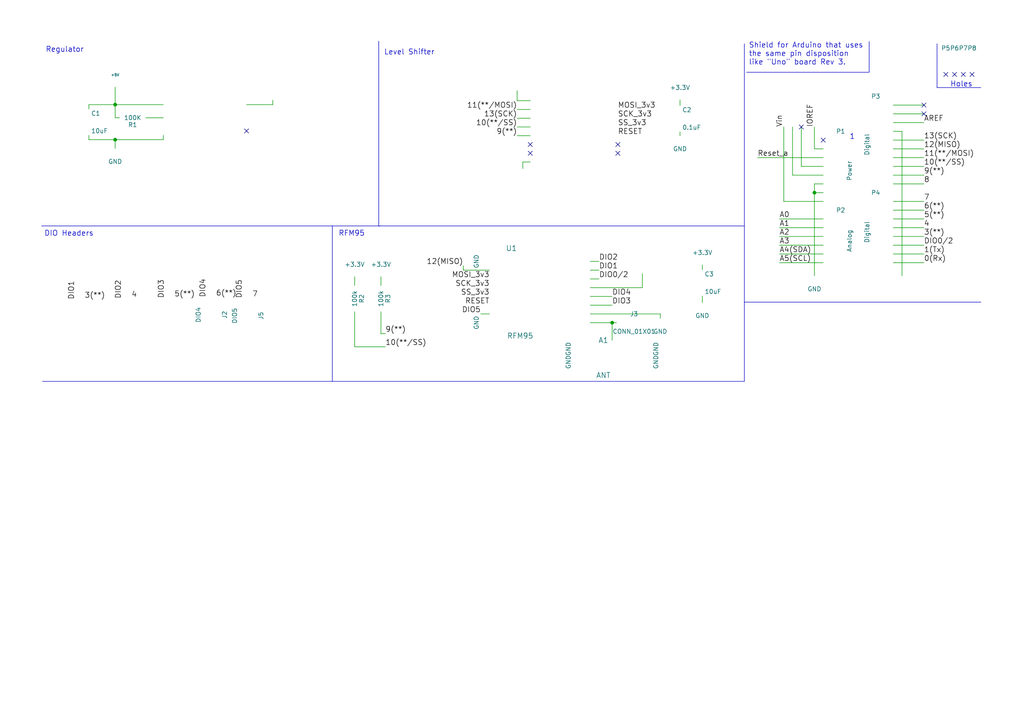
<source format=kicad_sch>
(kicad_sch (version 20230121) (generator eeschema)
  (paper "A4")
  (title_block (title "Arduino LoRa Shield") (date "2018-07-24") (rev "v1.0") (company "Electronic Cats") (comment 1 "Eduardo Contreras"))
  (lib_symbols)
  (junction (at 33.401 30.353))
  (junction (at 177.546 93.599))
  (junction (at 236.22 55.88))
  (junction (at 33.401 40.513))
  (no_connect (at 281.94 21.59))
  (no_connect (at 238.76 40.64))
  (no_connect (at 267.97 33.02))
  (no_connect (at 232.41 36.83))
  (no_connect (at 279.4 21.59))
  (no_connect (at 153.797 44.45))
  (no_connect (at 267.97 30.48))
  (no_connect (at 179.197 44.45))
  (no_connect (at 179.197 41.91))
  (no_connect (at 274.32 21.59))
  (no_connect (at 276.86 21.59))
  (no_connect (at 153.797 41.91))
  (no_connect (at 71.501 37.973))
  (wire (pts (xy 102.87 80.264) (xy 102.87 82.804)))
  (wire (pts (xy 259.08 38.1) (xy 261.62 38.1)))
  (wire (pts (xy 171.196 85.979) (xy 177.546 85.979)))
  (wire (pts (xy 259.08 66.04) (xy 267.97 66.04)))
  (wire (pts (xy 259.08 73.66) (xy 267.97 73.66)))
  (wire (pts (xy 149.987 29.21) (xy 149.987 26.289)))
  (wire (pts (xy 79.121 30.353) (xy 71.501 30.353)))
  (wire (pts (xy 259.08 58.42) (xy 267.97 58.42)))
  (wire (pts (xy 259.08 76.2) (xy 267.97 76.2)))
  (wire (pts (xy 238.76 45.72) (xy 219.71 45.72)))
  (wire (pts (xy 33.401 25.273) (xy 33.401 30.353)))
  (wire (pts (xy 259.08 48.26) (xy 267.97 48.26)))
  (wire (pts (xy 261.62 38.1) (xy 261.62 80.01)))
  (polyline (pts (xy 215.9 12.7) (xy 215.9 110.617)))
  (wire (pts (xy 47.371 40.513) (xy 47.371 39.243)))
  (wire (pts (xy 42.291 34.163) (xy 47.371 34.163)))
  (wire (pts (xy 171.196 75.819) (xy 173.736 75.819)))
  (wire (pts (xy 177.546 88.519) (xy 171.196 88.519)))
  (wire (pts (xy 149.987 34.29) (xy 153.797 34.29)))
  (wire (pts (xy 238.76 71.12) (xy 226.06 71.12)))
  (wire (pts (xy 191.516 91.059) (xy 171.196 91.059)))
  (wire (pts (xy 238.76 63.5) (xy 226.06 63.5)))
  (polyline (pts (xy 109.855 11.938) (xy 109.855 65.532)))
  (wire (pts (xy 191.516 92.329) (xy 191.516 91.059)))
  (wire (pts (xy 151.638 48.895) (xy 151.638 46.99)))
  (wire (pts (xy 139.446 91.059) (xy 141.986 91.059)))
  (wire (pts (xy 238.76 50.8) (xy 229.87 50.8)))
  (wire (pts (xy 25.781 30.353) (xy 33.401 30.353)))
  (wire (pts (xy 149.987 39.37) (xy 153.797 39.37)))
  (wire (pts (xy 238.76 58.42) (xy 227.33 58.42)))
  (polyline (pts (xy 109.855 65.532) (xy 110.109 65.532)))
  (wire (pts (xy 238.76 68.58) (xy 226.06 68.58)))
  (wire (pts (xy 259.08 43.18) (xy 267.97 43.18)))
  (wire (pts (xy 33.401 43.053) (xy 33.401 40.513)))
  (wire (pts (xy 25.781 39.243) (xy 25.781 40.513)))
  (polyline (pts (xy 252.095 20.955) (xy 252.095 12.065)))
  (polyline (pts (xy 215.9 87.63) (xy 284.48 87.63)))
  (wire (pts (xy 153.797 29.21) (xy 149.987 29.21)))
  (wire (pts (xy 25.781 31.623) (xy 25.781 30.353)))
  (wire (pts (xy 79.121 29.083) (xy 79.121 30.353)))
  (polyline (pts (xy 284.48 25.4) (xy 271.78 25.4)))
  (wire (pts (xy 238.76 66.04) (xy 226.06 66.04)))
  (wire (pts (xy 259.08 50.8) (xy 267.97 50.8)))
  (wire (pts (xy 238.76 73.66) (xy 226.06 73.66)))
  (wire (pts (xy 259.08 40.64) (xy 267.97 40.64)))
  (wire (pts (xy 33.401 34.163) (xy 34.671 34.163)))
  (wire (pts (xy 259.08 60.96) (xy 267.97 60.96)))
  (wire (pts (xy 203.708 78.232) (xy 203.708 76.835)))
  (wire (pts (xy 259.08 71.12) (xy 267.97 71.12)))
  (wire (pts (xy 110.49 96.774) (xy 110.49 90.424)))
  (wire (pts (xy 259.08 30.48) (xy 267.97 30.48)))
  (wire (pts (xy 232.41 48.26) (xy 232.41 36.83)))
  (wire (pts (xy 259.08 53.34) (xy 267.97 53.34)))
  (wire (pts (xy 229.87 50.8) (xy 229.87 36.83)))
  (wire (pts (xy 149.987 31.75) (xy 153.797 31.75)))
  (wire (pts (xy 227.33 58.42) (xy 227.33 36.83)))
  (wire (pts (xy 177.546 93.599) (xy 178.816 93.599)))
  (wire (pts (xy 111.76 96.774) (xy 110.49 96.774)))
  (wire (pts (xy 238.76 53.34) (xy 236.22 53.34)))
  (wire (pts (xy 149.987 36.83) (xy 153.797 36.83)))
  (wire (pts (xy 171.196 80.899) (xy 173.736 80.899)))
  (wire (pts (xy 186.309 83.439) (xy 186.309 79.375)))
  (wire (pts (xy 259.08 45.72) (xy 267.97 45.72)))
  (wire (pts (xy 238.76 48.26) (xy 232.41 48.26)))
  (wire (pts (xy 25.781 40.513) (xy 33.401 40.513)))
  (wire (pts (xy 238.76 76.2) (xy 226.06 76.2)))
  (wire (pts (xy 111.76 100.584) (xy 102.87 100.584)))
  (wire (pts (xy 177.546 93.599) (xy 177.546 98.679)))
  (wire (pts (xy 238.76 55.88) (xy 236.22 55.88)))
  (wire (pts (xy 259.08 63.5) (xy 267.97 63.5)))
  (wire (pts (xy 197.231 28.956) (xy 197.231 30.607)))
  (polyline (pts (xy 12.065 65.532) (xy 215.9 65.532)))
  (wire (pts (xy 259.08 35.56) (xy 267.97 35.56)))
  (polyline (pts (xy 215.9 110.617) (xy 12.319 110.617)))
  (wire (pts (xy 236.22 53.34) (xy 236.22 55.88)))
  (wire (pts (xy 171.196 93.599) (xy 177.546 93.599)))
  (polyline (pts (xy 216.535 20.955) (xy 252.095 20.955)))
  (wire (pts (xy 33.401 30.353) (xy 47.371 30.353)))
  (wire (pts (xy 259.08 68.58) (xy 267.97 68.58)))
  (wire (pts (xy 203.708 87.757) (xy 203.708 85.852)))
  (wire (pts (xy 173.736 78.359) (xy 171.196 78.359)))
  (wire (pts (xy 171.196 83.439) (xy 186.309 83.439)))
  (wire (pts (xy 134.366 78.359) (xy 141.986 78.359)))
  (wire (pts (xy 197.231 39.37) (xy 197.231 38.227)))
  (wire (pts (xy 102.87 100.584) (xy 102.87 90.424)))
  (wire (pts (xy 236.22 36.83) (xy 236.22 43.18)))
  (wire (pts (xy 110.49 80.264) (xy 110.49 82.804)))
  (wire (pts (xy 151.638 46.99) (xy 153.797 46.99)))
  (wire (pts (xy 236.22 55.88) (xy 236.22 80.01)))
  (polyline (pts (xy 271.78 25.4) (xy 271.78 12.7)))
  (wire (pts (xy 259.08 33.02) (xy 267.97 33.02)))
  (wire (pts (xy 236.22 43.18) (xy 238.76 43.18)))
  (wire (pts (xy 134.366 77.089) (xy 134.366 78.359)))
  (wire (pts (xy 33.401 30.353) (xy 33.401 34.163)))
  (wire (pts (xy 33.401 40.513) (xy 47.371 40.513)))
  (polyline (pts (xy 96.393 65.532) (xy 96.393 110.617)))
  (text "Shield for Arduino that uses\nthe same pin disposition\nlike \"Uno\" board Rev 3." (at 217.17 19.05 0) (effects (font (size 1.524 1.524)) (justify left bottom)))
  (text "Holes" (at 275.59 25.4 0) (effects (font (size 1.524 1.524)) (justify left bottom)))
  (text "Level Shifter" (at 111.379 16.129 0) (effects (font (size 1.524 1.524)) (justify left bottom)))
  (text "Regulator" (at 13.208 15.367 0) (effects (font (size 1.524 1.524)) (justify left bottom)))
  (text "1" (at 246.38 40.64 0) (effects (font (size 1.524 1.524)) (justify left bottom)))
  (text "DIO Headers" (at 12.827 68.707 0) (effects (font (size 1.524 1.524)) (justify left bottom)))
  (text "RFM95\n" (at 98.171 68.707 0) (effects (font (size 1.524 1.524)) (justify left bottom)))
  (label "Reset_a" (at 219.71 45.72 0) (effects (font (size 1.524 1.524))))
  (label "10(**/SS)" (at 149.987 36.83 180) (effects (font (size 1.524 1.524))))
  (label "6(**)" (at 62.611 86.233 0) (effects (font (size 1.524 1.524))))
  (label "A3" (at 226.06 71.12 0) (effects (font (size 1.524 1.524))))
  (label "5(**)" (at 267.97 63.5 0) (effects (font (size 1.524 1.524))))
  (label "RESET" (at 141.986 88.519 180) (effects (font (size 1.524 1.524))))
  (label "DIO0/2" (at 173.736 80.899 0) (effects (font (size 1.524 1.524))))
  (label "12(MISO)" (at 267.97 43.18 0) (effects (font (size 1.524 1.524))))
  (label "A4(SDA)" (at 226.06 73.66 0) (effects (font (size 1.524 1.524))))
  (label "DIO2" (at 35.56 86.614 90) (effects (font (size 1.524 1.524))))
  (label "Vin" (at 227.33 36.83 90) (effects (font (size 1.524 1.524))))
  (label "4" (at 38.1 86.614 0) (effects (font (size 1.524 1.524))))
  (label "0(Rx)" (at 267.97 76.2 0) (effects (font (size 1.524 1.524))))
  (label "SS_3v3" (at 179.197 36.83 0) (effects (font (size 1.524 1.524))))
  (label "13(SCK)" (at 149.987 34.29 180) (effects (font (size 1.524 1.524))))
  (label "12(MISO)" (at 134.366 77.089 180) (effects (font (size 1.524 1.524))))
  (label "A2" (at 226.06 68.58 0) (effects (font (size 1.524 1.524))))
  (label "10(**/SS)" (at 111.76 100.584 0) (effects (font (size 1.524 1.524))))
  (label "DIO1" (at 21.971 86.868 90) (effects (font (size 1.524 1.524))))
  (label "DIO5" (at 139.446 91.059 180) (effects (font (size 1.524 1.524))))
  (label "6(**)" (at 267.97 60.96 0) (effects (font (size 1.524 1.524))))
  (label "SS_3v3" (at 141.986 85.979 180) (effects (font (size 1.524 1.524))))
  (label "3(**)" (at 267.97 68.58 0) (effects (font (size 1.524 1.524))))
  (label "A0" (at 226.06 63.5 0) (effects (font (size 1.524 1.524))))
  (label "1(Tx)" (at 267.97 73.66 0) (effects (font (size 1.524 1.524))))
  (label "11(**/MOSI)" (at 149.987 31.75 180) (effects (font (size 1.524 1.524))))
  (label "9(**)" (at 149.987 39.37 180) (effects (font (size 1.524 1.524))))
  (label "7" (at 267.97 58.42 0) (effects (font (size 1.524 1.524))))
  (label "SCK_3v3" (at 179.197 34.29 0) (effects (font (size 1.524 1.524))))
  (label "10(**/SS)" (at 267.97 48.26 0) (effects (font (size 1.524 1.524))))
  (label "8" (at 267.97 53.34 0) (effects (font (size 1.524 1.524))))
  (label "A1" (at 226.06 66.04 0) (effects (font (size 1.524 1.524))))
  (label "MOSI_3v3" (at 179.197 31.75 0) (effects (font (size 1.524 1.524))))
  (label "13(SCK)" (at 267.97 40.64 0) (effects (font (size 1.524 1.524))))
  (label "7" (at 73.152 86.487 0) (effects (font (size 1.524 1.524))))
  (label "SCK_3v3" (at 141.986 83.439 180) (effects (font (size 1.524 1.524))))
  (label "DIO4" (at 60.071 86.233 90) (effects (font (size 1.524 1.524))))
  (label "9(**)" (at 267.97 50.8 0) (effects (font (size 1.524 1.524))))
  (label "RESET" (at 179.197 39.37 0) (effects (font (size 1.524 1.524))))
  (label "DIO2" (at 173.736 75.819 0) (effects (font (size 1.524 1.524))))
  (label "DIO3" (at 177.546 88.519 0) (effects (font (size 1.524 1.524))))
  (label "DIO0/2" (at 267.97 71.12 0) (effects (font (size 1.524 1.524))))
  (label "A5(SCL)" (at 226.06 76.2 0) (effects (font (size 1.524 1.524))))
  (label "DIO5" (at 70.612 86.487 90) (effects (font (size 1.524 1.524))))
  (label "DIO3" (at 48.006 86.487 90) (effects (font (size 1.524 1.524))))
  (label "DIO1" (at 173.736 78.359 0) (effects (font (size 1.524 1.524))))
  (label "9(**)" (at 111.76 96.774 0) (effects (font (size 1.524 1.524))))
  (label "11(**/MOSI)" (at 267.97 45.72 0) (effects (font (size 1.524 1.524))))
  (label "4" (at 267.97 66.04 0) (effects (font (size 1.524 1.524))))
  (label "MOSI_3v3" (at 141.986 80.899 180) (effects (font (size 1.524 1.524))))
  (label "5(**)" (at 50.546 86.487 0) (effects (font (size 1.524 1.524))))
  (label "IOREF" (at 236.22 36.83 90) (effects (font (size 1.524 1.524))))
  (label "DIO4" (at 177.546 85.979 0) (effects (font (size 1.524 1.524))))
  (label "AREF" (at 267.97 35.56 0) (effects (font (size 1.524 1.524))))
  (label "3(**)" (at 24.511 86.868 0) (effects (font (size 1.524 1.524))))
  (symbol (lib_id "CONN_01X08") (at 243.84 49.53 0) (unit 1)
    (property "Reference" "P1" (at 243.84 38.1 0))
    (property "Value" "Power" (at 246.38 49.53 90))
    (property "Footprint" "Socket_Arduino_Uno:Socket_Strip_Arduino_1x08" (effects hide))
  )
  (symbol (lib_id "+5V") (at 229.87 36.83 0) (unit 1)
    (property "Reference" "#PWR01" (effects hide))
    (property "Value" "+5V" (at 229.87 33.274 0) (effects (font (size 0.762 0.762))))
  )
  (symbol (lib_id "GND") (at 236.22 80.01 0) (unit 1)
    (property "Reference" "#PWR02" (effects hide))
    (property "Value" "GND" (at 236.22 83.82 0))
  )
  (symbol (lib_id "GND") (at 261.62 80.01 0) (unit 1)
    (property "Reference" "#PWR03" (effects hide))
    (property "Value" "GND" (at 261.62 83.82 0))
  )
  (symbol (lib_id "CONN_01X06") (at 243.84 69.85 0) (unit 1)
    (property "Reference" "P2" (at 243.84 60.96 0))
    (property "Value" "Analog" (at 246.38 69.85 90))
    (property "Footprint" "Socket_Arduino_Uno:Socket_Strip_Arduino_1x06" (effects hide))
  )
  (symbol (lib_id "CONN_01X01") (at 274.32 16.51 90) (unit 1)
    (property "Reference" "P5" (at 274.32 13.97 90))
    (property "Value" "CONN_01X01" (effects hide))
    (property "Footprint" "Socket_Arduino_Uno:Arduino_1pin" (effects hide))
  )
  (symbol (lib_id "CONN_01X01") (at 276.86 16.51 90) (unit 1)
    (property "Reference" "P6" (at 276.86 13.97 90))
    (property "Value" "CONN_01X01" (effects hide))
    (property "Footprint" "Socket_Arduino_Uno:Arduino_1pin" (effects hide))
  )
  (symbol (lib_id "CONN_01X01") (at 279.4 16.51 90) (unit 1)
    (property "Reference" "P7" (at 279.4 13.97 90))
    (property "Value" "CONN_01X01" (effects hide))
    (property "Footprint" "Socket_Arduino_Uno:Arduino_1pin" (effects hide))
  )
  (symbol (lib_id "CONN_01X01") (at 281.94 16.51 90) (unit 1)
    (property "Reference" "P8" (at 281.94 13.97 90))
    (property "Value" "CONN_01X01" (effects hide))
    (property "Footprint" "Socket_Arduino_Uno:Arduino_1pin" (effects hide))
  )
  (symbol (lib_id "CONN_01X08") (at 254 67.31 0) (mirror y) (unit 1)
    (property "Reference" "P4" (at 254 55.88 0))
    (property "Value" "Digital" (at 251.46 67.31 90))
    (property "Footprint" "Socket_Arduino_Uno:Socket_Strip_Arduino_1x08" (effects hide))
  )
  (symbol (lib_id "CONN_01X10") (at 254 41.91 0) (mirror y) (unit 1)
    (property "Reference" "P3" (at 254 27.94 0))
    (property "Value" "Digital" (at 251.46 41.91 90))
    (property "Footprint" "Socket_Arduino_Uno:Socket_Strip_Arduino_1x10" (effects hide))
  )
  (symbol (lib_id "74HC4050D") (at 166.497 38.1 0) (unit 1)
    (property "Reference" "U2" (at 159.131 26.162 0) (effects (justify left bottom)))
    (property "Value" "74HC4050D" (at 158.877 51.816 0) (effects (justify left bottom)))
    (property "Footprint" "Housings_SOIC:SOIC-16_3.9x9.9mm_Pitch1.27mm" (effects hide))
    (property "Datasheet" "0.45 USD" (effects hide))
    (property "MP" "74HC4050D" (effects hide))
    (property "Package" "SOIC-16 NXP Semiconductors" (effects hide))
    (property "Availability" "Good" (effects hide))
    (property "MF" "NXP Semiconductors" (effects hide))
    (property "Description" "Hex high-to-low level shifter 74HC4050D" (effects hide))
    (property "#manf" "74HC4050D,653" (effects hide))
  )
  (symbol (lib_id "ANT-RESCUE-ArduinoShieldLoRa") (at 168.656 108.839 0) (unit 1)
    (property "Reference" "A1" (at 175.006 98.679 0) (effects (font (size 1.524 1.524))))
    (property "Value" "ANT" (at 175.006 108.839 0) (effects (font (size 1.524 1.524))))
    (property "Footprint" "ArduinoShieldLoRa:SMA_EDGELAUNCH_UFL" (effects hide))
  )
  (symbol (lib_id "AP2112K-3.3") (at 58.801 35.433 0) (unit 1)
    (property "Reference" "U3" (at 53.721 27.813 0) (effects (font (size 1.524 1.524))))
    (property "Value" "AP2112K-3.3" (at 62.611 41.783 0) (effects (font (size 1.524 1.524))))
    (property "Footprint" "ArduinoShieldLoRa:AP2112K-3.3" (effects hide))
    (property "#manf" "AP2112K-3.3TRG1" (effects hide))
  )
  (symbol (lib_id "R") (at 38.481 34.163 270) (unit 1)
    (property "Reference" "R1" (at 38.481 36.195 90))
    (property "Value" "100K" (at 38.481 34.163 90))
    (property "Footprint" "Resistors_SMD:R_0805_HandSoldering" (effects hide))
    (property "#manf" "RCA0603100KJNEC" (effects hide))
  )
  (symbol (lib_id "C") (at 25.781 35.433 0) (unit 1)
    (property "Reference" "C1" (at 26.416 32.893 0) (effects (justify left)))
    (property "Value" "10uF" (at 26.416 37.973 0) (effects (justify left)))
    (property "Footprint" "Capacitors_SMD:C_0805_HandSoldering" (effects hide))
    (property "#manf" "GRM188C80G106KE47J" (effects hide))
  )
  (symbol (lib_id "GND") (at 33.401 43.053 0) (unit 1)
    (property "Reference" "#PWR04" (effects hide))
    (property "Value" "GND" (at 33.401 46.863 0))
  )
  (symbol (lib_id "C") (at 197.231 34.417 0) (unit 1)
    (property "Reference" "C2" (at 197.866 31.877 0) (effects (justify left)))
    (property "Value" "0.1uF" (at 197.866 36.957 0) (effects (justify left)))
    (property "Footprint" "Capacitors_SMD:C_0805_HandSoldering" (effects hide))
    (property "#manf" "0201ZD104KAT2A" (effects hide))
  )
  (symbol (lib_id "C") (at 203.708 82.042 0) (unit 1)
    (property "Reference" "C3" (at 204.343 79.502 0) (effects (justify left)))
    (property "Value" "10uF" (at 204.343 84.582 0) (effects (justify left)))
    (property "Footprint" "Capacitors_SMD:C_0805_HandSoldering" (effects hide))
    (property "#manf" "GRM188C80G106KE47J" (effects hide))
  )
  (symbol (lib_id "GND") (at 151.638 48.895 0) (unit 1)
    (property "Reference" "#PWR05" (effects hide))
    (property "Value" "GND" (at 151.638 52.705 0))
  )
  (symbol (lib_id "GND") (at 141.986 93.599 270) (unit 1)
    (property "Reference" "#PWR06" (effects hide))
    (property "Value" "GND" (at 138.176 93.599 0))
  )
  (symbol (lib_id "GND") (at 186.436 105.029 90) (unit 1)
    (property "Reference" "#PWR07" (effects hide))
    (property "Value" "GND" (at 190.246 105.029 0))
  )
  (symbol (lib_id "GND") (at 186.436 101.219 90) (unit 1)
    (property "Reference" "#PWR08" (effects hide))
    (property "Value" "GND" (at 190.246 101.219 0))
  )
  (symbol (lib_id "GND") (at 168.656 101.219 270) (unit 1)
    (property "Reference" "#PWR09" (effects hide))
    (property "Value" "GND" (at 164.846 101.219 0))
  )
  (symbol (lib_id "GND") (at 168.656 105.029 270) (unit 1)
    (property "Reference" "#PWR010" (effects hide))
    (property "Value" "GND" (at 164.846 105.029 0))
  )
  (symbol (lib_id "GND") (at 191.516 92.329 0) (unit 1)
    (property "Reference" "#PWR011" (effects hide))
    (property "Value" "GND" (at 191.516 96.139 0))
  )
  (symbol (lib_id "GND") (at 141.986 75.819 270) (unit 1)
    (property "Reference" "#PWR012" (effects hide))
    (property "Value" "GND" (at 138.176 75.819 0))
  )
  (symbol (lib_id "+3.3V") (at 79.121 29.083 0) (unit 1)
    (property "Reference" "#PWR013" (effects hide))
    (property "Value" "+3.3V" (at 79.121 25.527 0))
  )
  (symbol (lib_id "+3.3V") (at 186.309 79.375 0) (unit 1)
    (property "Reference" "#PWR014" (effects hide))
    (property "Value" "+3.3V" (at 186.309 75.819 0))
  )
  (symbol (lib_id "+3.3V") (at 149.987 26.289 0) (unit 1)
    (property "Reference" "#PWR015" (effects hide))
    (property "Value" "+3.3V" (at 149.987 22.733 0))
  )
  (symbol (lib_id "+5V") (at 33.401 25.273 0) (unit 1)
    (property "Reference" "#PWR016" (effects hide))
    (property "Value" "+5V" (at 33.401 21.717 0) (effects (font (size 0.762 0.762))))
  )
  (symbol (lib_id "R") (at 102.87 86.614 0) (unit 1)
    (property "Reference" "R2" (at 104.902 86.614 90))
    (property "Value" "100k" (at 102.87 86.614 90))
    (property "Footprint" "Resistors_SMD:R_0805_HandSoldering" (effects hide))
    (property "#manf" "RCA0603100KJNEC" (effects hide))
  )
  (symbol (lib_id "R") (at 110.49 86.614 0) (unit 1)
    (property "Reference" "R3" (at 112.522 86.614 90))
    (property "Value" "100k" (at 110.49 86.614 90))
    (property "Footprint" "Resistors_SMD:R_0805_HandSoldering" (effects hide))
    (property "#manf" "RCA0603100KJNEC" (effects hide))
  )
  (symbol (lib_id "+3.3V") (at 102.87 80.264 0) (unit 1)
    (property "Reference" "#PWR017" (effects hide))
    (property "Value" "+3.3V" (at 102.87 76.708 0))
  )
  (symbol (lib_id "+3.3V") (at 110.49 80.264 0) (unit 1)
    (property "Reference" "#PWR018" (effects hide))
    (property "Value" "+3.3V" (at 110.49 76.708 0))
  )
  (symbol (lib_id "CONN_01X01") (at 183.896 93.599 0) (unit 1)
    (property "Reference" "J3" (at 183.896 91.059 0))
    (property "Value" "CONN_01X01" (at 183.896 96.139 0))
    (property "Footprint" "Wire_Pads:SolderWirePad_single_0-8mmDrill" (effects hide))
  )
  (symbol (lib_id "RFM95-RESCUE-ArduinoShieldLoRa") (at 150.876 97.409 0) (unit 1)
    (property "Reference" "U1" (at 148.336 72.009 0) (effects (font (size 1.524 1.524))))
    (property "Value" "RFM95" (at 150.876 97.409 0) (effects (font (size 1.524 1.524))))
    (property "Footprint" "agroin:RFM95W" (effects hide))
  )
  (symbol (lib_id "Conn_01x02") (at 38.1 91.694 270) (unit 1)
    (property "Reference" "J6" (at 40.64 91.694 0))
    (property "Value" "DIO2" (at 33.02 91.694 0))
    (property "Footprint" "Pin_Headers:Pin_Header_Straight_1x02_Pitch2.54mm" (effects hide))
  )
  (symbol (lib_id "Conn_01x02") (at 50.546 91.567 270) (unit 1)
    (property "Reference" "J4" (at 53.086 91.567 0))
    (property "Value" "DIO3" (at 45.466 91.567 0))
    (property "Footprint" "Pin_Headers:Pin_Header_Straight_1x02_Pitch2.54mm" (effects hide))
  )
  (symbol (lib_id "Conn_01x02") (at 62.611 91.313 270) (unit 1)
    (property "Reference" "J2" (at 65.151 91.313 0))
    (property "Value" "DIO4" (at 57.531 91.313 0))
    (property "Footprint" "Pin_Headers:Pin_Header_Straight_1x02_Pitch2.54mm" (effects hide))
  )
  (symbol (lib_id "Conn_01x02") (at 73.152 91.567 270) (unit 1)
    (property "Reference" "J5" (at 75.692 91.567 0))
    (property "Value" "DIO5" (at 68.072 91.567 0))
    (property "Footprint" "Pin_Headers:Pin_Header_Straight_1x02_Pitch2.54mm" (effects hide))
  )
  (symbol (lib_id "Conn_01x02") (at 24.511 91.948 270) (unit 1)
    (property "Reference" "J1" (at 27.051 91.948 0))
    (property "Value" "DIO1" (at 19.431 91.948 0))
    (property "Footprint" "Pin_Headers:Pin_Header_Straight_1x02_Pitch2.54mm" (effects hide))
  )
  (symbol (lib_id "GND") (at 197.231 39.37 0) (unit 1)
    (property "Reference" "#PWR019" (effects hide))
    (property "Value" "GND" (at 197.231 43.18 0))
  )
  (symbol (lib_id "+3.3V") (at 197.231 28.956 0) (unit 1)
    (property "Reference" "#PWR020" (effects hide))
    (property "Value" "+3.3V" (at 197.231 25.4 0))
  )
  (symbol (lib_id "+3.3V") (at 203.708 76.835 0) (unit 1)
    (property "Reference" "#PWR021" (effects hide))
    (property "Value" "+3.3V" (at 203.708 73.279 0))
  )
  (symbol (lib_id "GND") (at 203.708 87.757 0) (unit 1)
    (property "Reference" "#PWR022" (effects hide))
    (property "Value" "GND" (at 203.708 91.567 0))
  )
)
</source>
